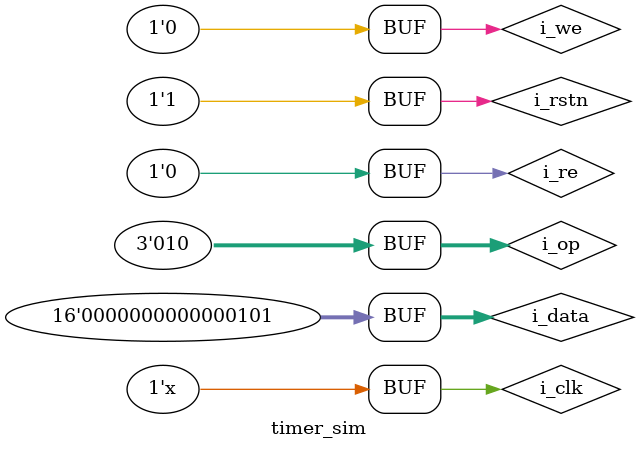
<source format=v>
`timescale 1ns / 1ps


module timer_sim(
    );
	reg i_clk = 0;
	reg i_rstn = 0;
	reg i_we = 0;				// Ð´Ê¹ÄÜ
	reg i_re = 0;				// ¶ÁÊ¹ÄÜ
		
	reg [ 2:0] i_op = 0;
	reg [15:0] i_data = 0;
	
	wire [15:0] o_data;

	wire o_out0;				// ¶¨Ê±Êä³ö
	wire o_out1;				// ¶¨Ê±Êä³ö

	timer TIMER_TEST(
		.i_clk(i_clk),
		.i_rstn(i_rstn),
		.i_we(i_we),
		.i_re(i_re),
		.i_op(i_op),
		.i_data(i_data),
		.o_data(o_data),
		.o_out0(o_out0),
		.o_out1(o_out1)
		);

	initial begin
		#20 i_rstn = 1;
		#30 i_op = 3'b000;
			i_data = 16'h2;
		#20 i_we = 1;
		#10 i_we = 0; i_op = 3'b100; i_data = 32'h5;
		#10 i_we = 1;
		#10 i_we = 0; i_op = 3'b110;
		#90 i_op = 3'b010;
		#10 i_re = 1;
		#10 i_re = 0;
		#10 i_op = 3'b000;
			i_data = 16'h3;
		#20 i_we = 1;
		#10 i_we = 0; i_op = 3'b100; i_data = 32'h5;
		#10 i_we = 1;
		#10 i_we = 0; i_op = 3'b110;
		#90 i_op = 3'b010;
		#10 i_re = 1;
		#10 i_re = 0;
	end
	
	always #5 i_clk = ~i_clk;
endmodule

</source>
